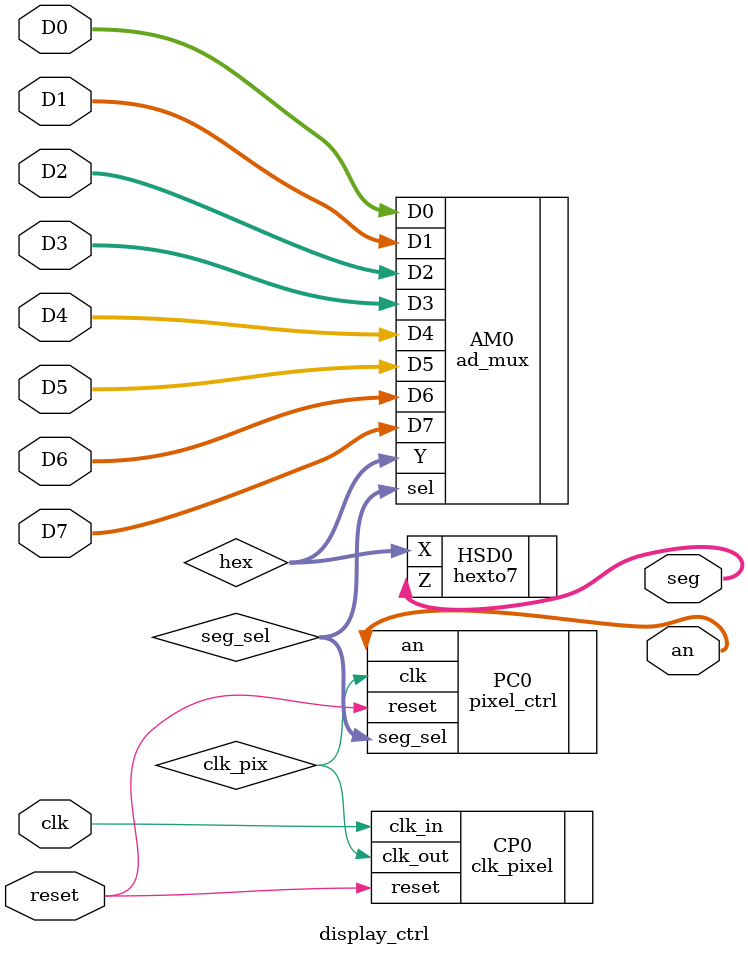
<source format=v>
`timescale 1ns / 1ps
/****************************** C E C S  3 0 1 ******************************
 * 
 * File Name:     display_ctrl.v
 * Project:       Lab_Assignment_?
 * Designer:      Garrett Cross
 * Email:         garrett.cross@student.csulb.edu
 * Rev. No.:      Version 1.0
 * Rev. Date:     10/05/18
 *
 * Purpose:       Display Controller. Takes in 8 3-bit inputs, as well as,
 *                a clock input and reset, and outputs the corresponding 
 *                anode and segment select for use with 
 *                an 8-pixel 7-segment display.
 * 
 * Dependencies:  100MHz Clock input, clk_pixel.v, pixel_ctrl.v, ad_mux.v, 
 *                hexto7.v         
 *
 ****************************************************************************/

module display_ctrl( D7, D6, D5, D4, D3, D2, D1, D0, clk, reset, an, seg );

    input  [3:0] D7,
                 D6,
                 D5,
                 D4,
                 D3,
                 D2,
                 D1,
                 D0;
    input        clk,
                 reset;
                 
    output [7:0] an;
    output [6:0] seg; //g f e d c b a
    
    wire         clk_pix;
    wire   [2:0] seg_sel;
    wire   [3:0] hex;
    
    clk_pixel  CP0 ( .clk_in(clk), 
                     .reset(reset), 
                     .clk_out(clk_pix) 
                   );
    
    pixel_ctrl PC0 ( .clk(clk_pix), 
                     .reset(reset), 
                    .an(an), 
                    .seg_sel(seg_sel) 
                   );
    
    ad_mux     AM0 ( .D7(D7), 
                     .D6(D6), 
                     .D5(D5), 
                     .D4(D4), 
                     .D3(D3), 
                     .D2(D2), 
                     .D1(D1), 
                     .D0(D0), 
                     .sel(seg_sel), 
                     .Y(hex) 
                   );
    
    hexto7     HSD0 ( .X(hex), 
                      .Z(seg)
                    );
    
endmodule

</source>
